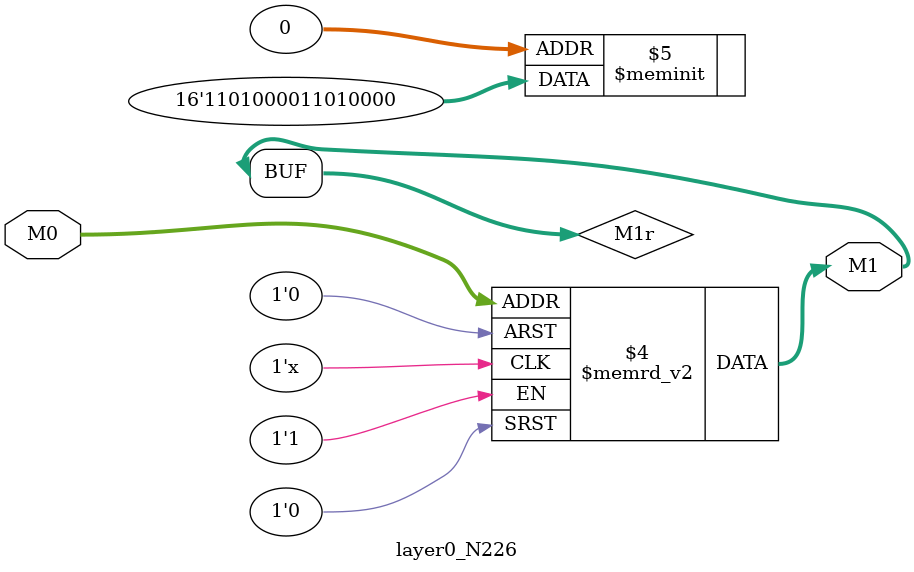
<source format=v>
module layer0_N226 ( input [2:0] M0, output [1:0] M1 );

	(*rom_style = "distributed" *) reg [1:0] M1r;
	assign M1 = M1r;
	always @ (M0) begin
		case (M0)
			3'b000: M1r = 2'b00;
			3'b100: M1r = 2'b00;
			3'b010: M1r = 2'b01;
			3'b110: M1r = 2'b01;
			3'b001: M1r = 2'b00;
			3'b101: M1r = 2'b00;
			3'b011: M1r = 2'b11;
			3'b111: M1r = 2'b11;

		endcase
	end
endmodule

</source>
